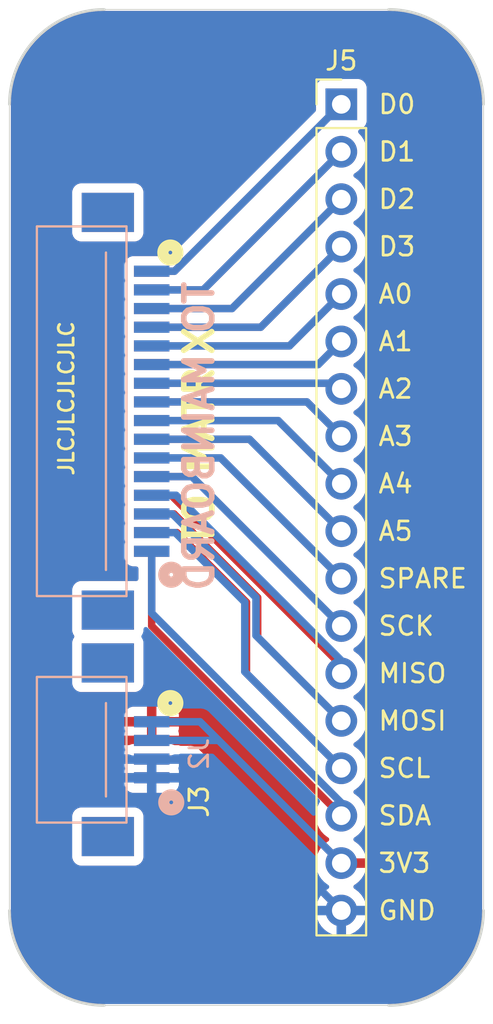
<source format=kicad_pcb>
(kicad_pcb (version 20221018) (generator pcbnew)
  (layers (0 "F.Cu" signal) (31 "B.Cu" signal) (34 "B.Paste" user) (35 "F.Paste" user) (36 "B.SilkS" user "B.Silkscreen") (37 "F.SilkS" user "F.Silkscreen") (38 "B.Mask" user) (39 "F.Mask" user) (44 "Edge.Cuts" user))
  (net 0 "")
  (net 1 "GND")
  (net 2 "SCK")
  (net 3 "MISO")
  (net 4 "MOSI")
  (net 5 "SCL")
  (net 6 "SDA")
  (net 7 "SPARE")
  (net 8 "A5")
  (net 9 "D1")
  (net 10 "A1")
  (net 11 "A0")
  (net 12 "A2")
  (net 13 "D3")
  (net 14 "D0")
  (net 15 "D2")
  (net 16 "A3")
  (net 17 "A4")
  (net 18 "+3V3")
  (footprint "Connector_PinHeader_2.54mm:PinHeader_1x18_P2.54mm_Vertical" (layer "F.Cu") (at 78.74 81.28)
    (fp_text reference "J5" (at 0 -2.33) (layer "F.SilkS"))
    (fp_text value "Conn_01x18")
    (fp_line (start -1.33 -1.33) (end 0 -1.33) (stroke (width 0.12)) (layer "F.SilkS"))
    (fp_line (start -1.33 0) (end -1.33 -1.33) (stroke (width 0.12)) (layer "F.SilkS"))
    (fp_line (start -1.33 1.27) (end -1.33 44.51) (stroke (width 0.12)) (layer "F.SilkS"))
    (fp_line (start -1.33 1.27) (end 1.33 1.27) (stroke (width 0.12)) (layer "F.SilkS"))
    (fp_line (start -1.33 44.51) (end 1.33 44.51) (stroke (width 0.12)) (layer "F.SilkS"))
    (fp_line (start 1.33 1.27) (end 1.33 44.51) (stroke (width 0.12)) (layer "F.SilkS"))
    (pad "1" thru_hole rect (at 0 0) (size 1.7 1.7) (drill 1) (layers "*.Cu" "*.Mask") (net 14 "D0"))
    (pad "2" thru_hole oval (at 0 2.54) (size 1.7 1.7) (drill 1) (layers "*.Cu" "*.Mask") (net 9 "D1"))
    (pad "3" thru_hole oval (at 0 5.08) (size 1.7 1.7) (drill 1) (layers "*.Cu" "*.Mask") (net 15 "D2"))
    (pad "4" thru_hole oval (at 0 7.62) (size 1.7 1.7) (drill 1) (layers "*.Cu" "*.Mask") (net 13 "D3"))
    (pad "5" thru_hole oval (at 0 10.16) (size 1.7 1.7) (drill 1) (layers "*.Cu" "*.Mask") (net 11 "A0"))
    (pad "6" thru_hole oval (at 0 12.7) (size 1.7 1.7) (drill 1) (layers "*.Cu" "*.Mask") (net 10 "A1"))
    (pad "7" thru_hole oval (at 0 15.24) (size 1.7 1.7) (drill 1) (layers "*.Cu" "*.Mask") (net 12 "A2"))
    (pad "8" thru_hole oval (at 0 17.78) (size 1.7 1.7) (drill 1) (layers "*.Cu" "*.Mask") (net 16 "A3"))
    (pad "9" thru_hole oval (at 0 20.32) (size 1.7 1.7) (drill 1) (layers "*.Cu" "*.Mask") (net 17 "A4"))
    (pad "10" thru_hole oval (at 0 22.86) (size 1.7 1.7) (drill 1) (layers "*.Cu" "*.Mask") (net 8 "A5"))
    (pad "11" thru_hole oval (at 0 25.4) (size 1.7 1.7) (drill 1) (layers "*.Cu" "*.Mask") (net 7 "SPARE"))
    (pad "12" thru_hole oval (at 0 27.94) (size 1.7 1.7) (drill 1) (layers "*.Cu" "*.Mask") (net 2 "SCK"))
    (pad "13" thru_hole oval (at 0 30.48) (size 1.7 1.7) (drill 1) (layers "*.Cu" "*.Mask") (net 3 "MISO"))
    (pad "14" thru_hole oval (at 0 33.02) (size 1.7 1.7) (drill 1) (layers "*.Cu" "*.Mask") (net 4 "MOSI"))
    (pad "15" thru_hole oval (at 0 35.56) (size 1.7 1.7) (drill 1) (layers "*.Cu" "*.Mask") (net 5 "SCL"))
    (pad "16" thru_hole oval (at 0 38.1) (size 1.7 1.7) (drill 1) (layers "*.Cu" "*.Mask") (net 6 "SDA"))
    (pad "17" thru_hole oval (at 0 40.64) (size 1.7 1.7) (drill 1) (layers "*.Cu" "*.Mask") (net 18 "+3V3"))
    (pad "18" thru_hole oval (at 0 43.18) (size 1.7 1.7) (drill 1) (layers "*.Cu" "*.Mask") (net 1 "GND"))
  )
  (footprint "Gigahawk:QUARTET_RECV_MAIN" (layer "F.Cu") (at 68.58 117.348 -90)
    (fp_text reference "J3" (at 1.27 -2.54 90) (layer "F.SilkS"))
    (fp_text value "QUARTET_RECV")
    (fp_line (start -29.53 1.35) (end -29.53 6.15) (stroke (width 0.12)) (layer "F.SilkS"))
    (fp_line (start -29.53 1.35) (end -9.73 1.35) (stroke (width 0.12)) (layer "F.SilkS"))
    (fp_line (start -29.53 6.15) (end -9.73 6.15) (stroke (width 0.12)) (layer "F.SilkS"))
    (fp_line (start -28.13 2.45) (end -11.13 2.45) (stroke (width 0.12)) (layer "F.SilkS"))
    (fp_line (start -9.73 6.15) (end -9.73 1.35) (stroke (width 0.12)) (layer "F.SilkS"))
    (fp_line (start -5.4 1.35) (end -5.4 6.15) (stroke (width 0.12)) (layer "F.SilkS"))
    (fp_line (start -5.4 1.35) (end 2.4 1.35) (stroke (width 0.12)) (layer "F.SilkS"))
    (fp_line (start -5.4 6.15) (end 2.4 6.15) (stroke (width 0.12)) (layer "F.SilkS"))
    (fp_line (start -4 2.45) (end 1 2.45) (stroke (width 0.12)) (layer "F.SilkS"))
    (fp_line (start 2.4 6.15) (end 2.4 1.35) (stroke (width 0.12)) (layer "F.SilkS"))
    (fp_circle (center -28.13 -1) (end -28.03 -1) (stroke (width 0.6)) (fill none) (layer "F.SilkS"))
    (fp_circle (center -4 -1) (end -3.9 -1) (stroke (width 0.6)) (fill none) (layer "F.SilkS"))
    (pad "1" smd rect (at -27.13 0 270) (size 0.6 1.9) (layers "F.Cu" "F.Paste" "F.Mask") (net 14 "D0"))
    (pad "2" smd rect (at -26.13 0 270) (size 0.6 1.9) (layers "F.Cu" "F.Paste" "F.Mask") (net 9 "D1"))
    (pad "3" smd rect (at -25.13 0 270) (size 0.6 1.9) (layers "F.Cu" "F.Paste" "F.Mask") (net 15 "D2"))
    (pad "4" smd rect (at -24.13 0 270) (size 0.6 1.9) (layers "F.Cu" "F.Paste" "F.Mask") (net 13 "D3"))
    (pad "5" smd rect (at -23.13 0 270) (size 0.6 1.9) (layers "F.Cu" "F.Paste" "F.Mask") (net 11 "A0"))
    (pad "6" smd rect (at -22.13 0 270) (size 0.6 1.9) (layers "F.Cu" "F.Paste" "F.Mask") (net 10 "A1"))
    (pad "7" smd rect (at -21.13 0 270) (size 0.6 1.9) (layers "F.Cu" "F.Paste" "F.Mask") (net 12 "A2"))
    (pad "8" smd rect (at -20.13 0 270) (size 0.6 1.9) (layers "F.Cu" "F.Paste" "F.Mask") (net 16 "A3"))
    (pad "9" smd rect (at -19.13 0 270) (size 0.6 1.9) (layers "F.Cu" "F.Paste" "F.Mask") (net 17 "A4"))
    (pad "10" smd rect (at -18.13 0 270) (size 0.6 1.9) (layers "F.Cu" "F.Paste" "F.Mask") (net 8 "A5"))
    (pad "11" smd rect (at -17.13 0 270) (size 0.6 1.9) (layers "F.Cu" "F.Paste" "F.Mask") (net 7 "SPARE"))
    (pad "12" smd rect (at -16.13 0 270) (size 0.6 1.9) (layers "F.Cu" "F.Paste" "F.Mask") (net 2 "SCK"))
    (pad "13" smd rect (at -15.13 0 270) (size 0.6 1.9) (layers "F.Cu" "F.Paste" "F.Mask") (net 3 "MISO"))
    (pad "14" smd rect (at -14.13 0 270) (size 0.6 1.9) (layers "F.Cu" "F.Paste" "F.Mask") (net 4 "MOSI"))
    (pad "15" smd rect (at -13.13 0 270) (size 0.6 1.9) (layers "F.Cu" "F.Paste" "F.Mask") (net 5 "SCL"))
    (pad "16" smd rect (at -12.13 0 270) (size 0.6 1.9) (layers "F.Cu" "F.Paste" "F.Mask") (net 6 "SDA"))
    (pad "17" smd rect (at -3 0 270) (size 0.6 1.9) (layers "F.Cu" "F.Paste" "F.Mask") (net 18 "+3V3"))
    (pad "18" smd rect (at -2 0 270) (size 0.6 1.9) (layers "F.Cu" "F.Paste" "F.Mask") (net 18 "+3V3"))
    (pad "19" smd rect (at -1 0 270) (size 0.6 1.9) (layers "F.Cu" "F.Paste" "F.Mask") (net 1 "GND"))
    (pad "20" smd rect (at 0 0 270) (size 0.6 1.9) (layers "F.Cu" "F.Paste" "F.Mask") (net 1 "GND"))
    (pad "MT1" smd rect (at -30.28 2.35 270) (size 2.1 2.8) (layers "F.Cu" "F.Paste" "F.Mask"))
    (pad "MT2" smd rect (at -8.98 2.35 270) (size 2.1 2.8) (layers "F.Cu" "F.Paste" "F.Mask"))
    (pad "MT3" smd rect (at -6.15 2.35 270) (size 2.1 2.8) (layers "F.Cu" "F.Paste" "F.Mask"))
    (pad "MT4" smd rect (at 3.15 2.35 270) (size 2.1 2.8) (layers "F.Cu" "F.Paste" "F.Mask"))
  )
  (footprint "Gigahawk:QUARTET_RECV_MATRIX" (layer "B.Cu") (at 68.58 117.348 90)
    (fp_text reference "J2" (at 1.27 2.54 90) (layer "B.SilkS") (effects (justify mirror)))
    (fp_text value "QUARTET_RECV")
    (fp_line (start -2.4 -6.15) (end -2.4 -1.35) (stroke (width 0.12)) (layer "B.SilkS"))
    (fp_line (start 4 -2.45) (end -1 -2.45) (stroke (width 0.12)) (layer "B.SilkS"))
    (fp_line (start 5.4 -6.15) (end -2.4 -6.15) (stroke (width 0.12)) (layer "B.SilkS"))
    (fp_line (start 5.4 -1.35) (end -2.4 -1.35) (stroke (width 0.12)) (layer "B.SilkS"))
    (fp_line (start 5.4 -1.35) (end 5.4 -6.15) (stroke (width 0.12)) (layer "B.SilkS"))
    (fp_line (start 9.73 -6.15) (end 9.73 -1.35) (stroke (width 0.12)) (layer "B.SilkS"))
    (fp_line (start 28.13 -2.45) (end 11.13 -2.45) (stroke (width 0.12)) (layer "B.SilkS"))
    (fp_line (start 29.53 -6.15) (end 9.73 -6.15) (stroke (width 0.12)) (layer "B.SilkS"))
    (fp_line (start 29.53 -1.35) (end 9.73 -1.35) (stroke (width 0.12)) (layer "B.SilkS"))
    (fp_line (start 29.53 -1.35) (end 29.53 -6.15) (stroke (width 0.12)) (layer "B.SilkS"))
    (fp_circle (center -1.318 1.048) (end -1.418 1.048) (stroke (width 0.6)) (fill none) (layer "B.SilkS"))
    (fp_circle (center 10.874 1.048) (end 10.774 1.048) (stroke (width 0.6)) (fill none) (layer "B.SilkS"))
    (pad "1" smd rect (at 27.13 0 270) (size 0.6 1.9) (layers "B.Cu" "B.Paste" "B.Mask") (net 14 "D0"))
    (pad "2" smd rect (at 26.13 0 270) (size 0.6 1.9) (layers "B.Cu" "B.Paste" "B.Mask") (net 9 "D1"))
    (pad "3" smd rect (at 25.13 0 270) (size 0.6 1.9) (layers "B.Cu" "B.Paste" "B.Mask") (net 15 "D2"))
    (pad "4" smd rect (at 24.13 0 270) (size 0.6 1.9) (layers "B.Cu" "B.Paste" "B.Mask") (net 13 "D3"))
    (pad "5" smd rect (at 23.13 0 270) (size 0.6 1.9) (layers "B.Cu" "B.Paste" "B.Mask") (net 11 "A0"))
    (pad "6" smd rect (at 22.13 0 270) (size 0.6 1.9) (layers "B.Cu" "B.Paste" "B.Mask") (net 10 "A1"))
    (pad "7" smd rect (at 21.13 0 270) (size 0.6 1.9) (layers "B.Cu" "B.Paste" "B.Mask") (net 12 "A2"))
    (pad "8" smd rect (at 20.13 0 270) (size 0.6 1.9) (layers "B.Cu" "B.Paste" "B.Mask") (net 16 "A3"))
    (pad "9" smd rect (at 19.13 0 270) (size 0.6 1.9) (layers "B.Cu" "B.Paste" "B.Mask") (net 17 "A4"))
    (pad "10" smd rect (at 18.13 0 270) (size 0.6 1.9) (layers "B.Cu" "B.Paste" "B.Mask") (net 8 "A5"))
    (pad "11" smd rect (at 17.13 0 270) (size 0.6 1.9) (layers "B.Cu" "B.Paste" "B.Mask") (net 7 "SPARE"))
    (pad "12" smd rect (at 16.13 0 270) (size 0.6 1.9) (layers "B.Cu" "B.Paste" "B.Mask") (net 2 "SCK"))
    (pad "13" smd rect (at 15.13 0 270) (size 0.6 1.9) (layers "B.Cu" "B.Paste" "B.Mask") (net 3 "MISO"))
    (pad "14" smd rect (at 14.13 0 270) (size 0.6 1.9) (layers "B.Cu" "B.Paste" "B.Mask") (net 4 "MOSI"))
    (pad "15" smd rect (at 13.13 0 270) (size 0.6 1.9) (layers "B.Cu" "B.Paste" "B.Mask") (net 5 "SCL"))
    (pad "16" smd rect (at 12.13 0 270) (size 0.6 1.9) (layers "B.Cu" "B.Paste" "B.Mask") (net 6 "SDA"))
    (pad "17" smd rect (at 3 0 270) (size 0.6 1.9) (layers "B.Cu" "B.Paste" "B.Mask") (net 18 "+3V3"))
    (pad "18" smd rect (at 2 0 270) (size 0.6 1.9) (layers "B.Cu" "B.Paste" "B.Mask") (net 18 "+3V3"))
    (pad "19" smd rect (at 1 0 270) (size 0.6 1.9) (layers "B.Cu" "B.Paste" "B.Mask") (net 1 "GND"))
    (pad "20" smd rect (at 0 0 270) (size 0.6 1.9) (layers "B.Cu" "B.Paste" "B.Mask") (net 1 "GND"))
    (pad "MT1" smd rect (at 30.28 -2.35 270) (size 2.1 2.8) (layers "B.Cu" "B.Paste" "B.Mask"))
    (pad "MT2" smd rect (at 8.98 -2.35 270) (size 2.1 2.8) (layers "B.Cu" "B.Paste" "B.Mask"))
    (pad "MT3" smd rect (at 6.15 -2.35 270) (size 2.1 2.8) (layers "B.Cu" "B.Paste" "B.Mask"))
    (pad "MT4" smd rect (at -3.15 -2.35 270) (size 2.1 2.8) (layers "B.Cu" "B.Paste" "B.Mask"))
  )
  (gr_line (start 66.04 129.54) (end 81.28 129.54) (stroke (width 0.05)) (layer "Edge.Cuts"))
  (gr_line (start 86.36 124.46) (end 86.36 81.28) (stroke (width 0.05)) (layer "Edge.Cuts"))
  (gr_line (start 81.28 76.2) (end 66.04 76.2) (stroke (width 0.05)) (layer "Edge.Cuts"))
  (gr_line (start 60.96 81.28) (end 60.96 124.46) (stroke (width 0.05)) (layer "Edge.Cuts"))
  (gr_arc (start 66.04 129.54) (mid 62.447898 128.052102) (end 60.96 124.46) (stroke (width 0.15)) (layer "Edge.Cuts"))
  (gr_arc (start 60.96 81.28) (mid 62.447898 77.687898) (end 66.04 76.2) (stroke (width 0.15)) (layer "Edge.Cuts"))
  (gr_arc (start 81.28 76.2) (mid 84.872102 77.687898) (end 86.36 81.28) (stroke (width 0.15)) (layer "Edge.Cuts"))
  (gr_arc (start 86.36 124.46) (mid 84.872102 128.052102) (end 81.28 129.54) (stroke (width 0.15)) (layer "Edge.Cuts"))
  (gr_text "TO MAINBOARD" (at 71.12 99.06 90) (layer "B.SilkS") (effects (font (size 1.5 1.5) (thickness 0.3)) (justify mirror)))
  (gr_text "SCL" (at 80.645 116.84) (layer "F.SilkS") (effects (font (size 1 1)) (justify left)))
  (gr_text "MOSI" (at 80.645 114.3) (layer "F.SilkS") (effects (font (size 1 1)) (justify left)))
  (gr_text "MISO" (at 80.645 111.76) (layer "F.SilkS") (effects (font (size 1 1)) (justify left)))
  (gr_text "SCK" (at 80.645 109.22) (layer "F.SilkS") (effects (font (size 1 1)) (justify left)))
  (gr_text "SPARE" (at 80.645 106.68) (layer "F.SilkS") (effects (font (size 1 1)) (justify left)))
  (gr_text "A5" (at 80.645 104.14) (layer "F.SilkS") (effects (font (size 1 1)) (justify left)))
  (gr_text "A4" (at 80.645 101.6) (layer "F.SilkS") (effects (font (size 1 1)) (justify left)))
  (gr_text "A3" (at 80.645 99.06) (layer "F.SilkS") (effects (font (size 1 1)) (justify left)))
  (gr_text "A2" (at 80.645 96.52) (layer "F.SilkS") (effects (font (size 1 1)) (justify left)))
  (gr_text "A1" (at 80.645 93.98) (layer "F.SilkS") (effects (font (size 1 1)) (justify left)))
  (gr_text "A0" (at 80.645 91.44) (layer "F.SilkS") (effects (font (size 1 1)) (justify left)))
  (gr_text "D3" (at 80.645 88.9) (layer "F.SilkS") (effects (font (size 1 1)) (justify left)))
  (gr_text "D2" (at 80.645 86.36) (layer "F.SilkS") (effects (font (size 1 1)) (justify left)))
  (gr_text "D1" (at 80.645 83.82) (layer "F.SilkS") (effects (font (size 1 1)) (justify left)))
  (gr_text "D0" (at 80.645 81.28) (layer "F.SilkS") (effects (font (size 1 1)) (justify left)))
  (gr_text "GND" (at 80.645 124.46) (layer "F.SilkS") (effects (font (size 1 1)) (justify left)))
  (gr_text "3V3" (at 80.645 121.92) (layer "F.SilkS") (effects (font (size 1 1)) (justify left)))
  (gr_text "JLCJLCJLCJLC" (at 64.008 97.028 90) (layer "F.SilkS") (effects (font (size 0.8 0.8))))
  (gr_text "SDA" (at 80.645 119.38) (layer "F.SilkS") (effects (font (size 1 1)) (justify left)))
  (gr_text "TO MATRIX" (at 71.12 99.06 90) (layer "F.SilkS") (effects (font (size 1.5 1.5) (thickness 0.3))))
  (segment (start 68.58 117.348) (end 71.628 117.348) (width 0.4) (layer "F.Cu") (net 1))
  (segment (start 71.628 117.348) (end 78.74 124.46) (width 0.4) (layer "F.Cu") (net 1))
  (segment (start 70.628 116.348) (end 71.628 117.348) (width 0.4) (layer "F.Cu") (net 1))
  (segment (start 68.58 116.348) (end 70.628 116.348) (width 0.4) (layer "F.Cu") (net 1))
  (segment (start 68.58 116.348) (end 68.58 117.348) (width 0.4) (layer "F.Cu") (net 1))
  (segment (start 78.74 124.46) (end 71.628 117.348) (width 0.4) (layer "B.Cu") (net 1))
  (segment (start 68.58 117.348) (end 68.58 116.348) (width 0.4) (layer "B.Cu") (net 1))
  (segment (start 71.628 117.348) (end 68.58 117.348) (width 0.4) (layer "B.Cu") (net 1))
  (segment (start 70.738 101.218) (end 78.74 109.22) (width 0.4) (layer "F.Cu") (net 2))
  (segment (start 68.58 101.218) (end 70.738 101.218) (width 0.4) (layer "F.Cu") (net 2))
  (segment (start 78.74 109.22) (end 70.738 101.218) (width 0.4) (layer "B.Cu") (net 2))
  (segment (start 70.738 101.218) (end 68.58 101.218) (width 0.4) (layer "B.Cu") (net 2))
  (segment (start 78.74 111.330916) (end 69.627084 102.218) (width 0.4) (layer "F.Cu") (net 3))
  (segment (start 78.74 111.76) (end 78.74 111.330916) (width 0.4) (layer "F.Cu") (net 3))
  (segment (start 78.74 111.76) (end 78.74 111.407998) (width 0.4) (layer "F.Cu") (net 3))
  (segment (start 69.627084 102.218) (end 68.58 102.218) (width 0.4) (layer "F.Cu") (net 3))
  (segment (start 78.74 111.070002) (end 78.74 111.76) (width 0.4) (layer "B.Cu") (net 3))
  (segment (start 68.58 102.218) (end 69.887998 102.218) (width 0.4) (layer "B.Cu") (net 3))
  (segment (start 69.887998 102.218) (end 78.74 111.070002) (width 0.4) (layer "B.Cu") (net 3))
  (segment (start 78.74 114.3) (end 74.260009 109.820009) (width 0.4) (layer "F.Cu") (net 4))
  (segment (start 74.26001 107.699468) (end 69.778542 103.218) (width 0.4) (layer "F.Cu") (net 4))
  (segment (start 69.778542 103.218) (end 68.58 103.218) (width 0.4) (layer "F.Cu") (net 4))
  (segment (start 74.260009 109.820009) (end 74.26001 107.699468) (width 0.4) (layer "F.Cu") (net 4))
  (segment (start 69.69 103.218) (end 68.58 103.218) (width 0.4) (layer "B.Cu") (net 4))
  (segment (start 78.74 114.3) (end 74.168 109.728) (width 0.4) (layer "B.Cu") (net 4))
  (segment (start 74.168 107.696) (end 69.69 103.218) (width 0.4) (layer "B.Cu") (net 4))
  (segment (start 74.168 109.728) (end 74.168 107.696) (width 0.4) (layer "B.Cu") (net 4))
  (segment (start 69.93 104.218) (end 73.66 107.948) (width 0.4) (layer "F.Cu") (net 5))
  (segment (start 73.66 107.948) (end 73.66 111.76) (width 0.4) (layer "F.Cu") (net 5))
  (segment (start 73.66 111.76) (end 78.74 116.84) (width 0.4) (layer "F.Cu") (net 5))
  (segment (start 68.58 104.218) (end 69.93 104.218) (width 0.4) (layer "F.Cu") (net 5))
  (segment (start 78.74 116.84) (end 73.56799 111.66799) (width 0.4) (layer "B.Cu") (net 5))
  (segment (start 69.841458 104.218) (end 68.58 104.218) (width 0.4) (layer "B.Cu") (net 5))
  (segment (start 73.56799 111.66799) (end 73.56799 107.944532) (width 0.4) (layer "B.Cu") (net 5))
  (segment (start 73.56799 107.944532) (end 69.841458 104.218) (width 0.4) (layer "B.Cu") (net 5))
  (segment (start 68.58 109.22) (end 68.58 105.218) (width 0.4) (layer "F.Cu") (net 6))
  (segment (start 78.74 119.38) (end 68.58 109.22) (width 0.4) (layer "F.Cu") (net 6))
  (segment (start 68.58 105.218) (end 68.58 108.530002) (width 0.4) (layer "B.Cu") (net 6))
  (segment (start 78.74 118.690002) (end 78.74 119.38) (width 0.4) (layer "B.Cu") (net 6))
  (segment (start 68.58 108.530002) (end 78.74 118.690002) (width 0.4) (layer "B.Cu") (net 6))
  (segment (start 72.278 100.218) (end 68.58 100.218) (width 0.4) (layer "F.Cu") (net 7))
  (segment (start 78.74 106.68) (end 72.278 100.218) (width 0.4) (layer "F.Cu") (net 7))
  (segment (start 78.74 106.68) (end 72.278 100.218) (width 0.4) (layer "B.Cu") (net 7))
  (segment (start 72.278 100.218) (end 68.58 100.218) (width 0.4) (layer "B.Cu") (net 7))
  (segment (start 73.818 99.218) (end 68.58 99.218) (width 0.4) (layer "F.Cu") (net 8))
  (segment (start 78.74 104.14) (end 73.818 99.218) (width 0.4) (layer "F.Cu") (net 8))
  (segment (start 78.74 104.14) (end 73.818 99.218) (width 0.4) (layer "B.Cu") (net 8))
  (segment (start 73.818 99.218) (end 68.58 99.218) (width 0.4) (layer "B.Cu") (net 8))
  (segment (start 78.74 83.82) (end 71.342 91.218) (width 0.4) (layer "F.Cu") (net 9))
  (segment (start 71.342 91.218) (end 68.58 91.218) (width 0.4) (layer "F.Cu") (net 9))
  (segment (start 78.74 83.82) (end 71.342 91.218) (width 0.4) (layer "B.Cu") (net 9))
  (segment (start 71.342 91.218) (end 68.58 91.218) (width 0.4) (layer "B.Cu") (net 9))
  (segment (start 78.74 93.98) (end 77.502 95.218) (width 0.4) (layer "F.Cu") (net 10))
  (segment (start 77.502 95.218) (end 68.58 95.218) (width 0.4) (layer "F.Cu") (net 10))
  (segment (start 77.502 95.218) (end 68.58 95.218) (width 0.4) (layer "B.Cu") (net 10))
  (segment (start 78.74 93.98) (end 77.502 95.218) (width 0.4) (layer "B.Cu") (net 10))
  (segment (start 78.74 91.44) (end 75.962 94.218) (width 0.4) (layer "F.Cu") (net 11))
  (segment (start 75.962 94.218) (end 68.58 94.218) (width 0.4) (layer "F.Cu") (net 11))
  (segment (start 75.962 94.218) (end 68.58 94.218) (width 0.4) (layer "B.Cu") (net 11))
  (segment (start 78.74 91.44) (end 75.962 94.218) (width 0.4) (layer "B.Cu") (net 11))
  (segment (start 78.438 96.218) (end 68.58 96.218) (width 0.4) (layer "F.Cu") (net 12))
  (segment (start 78.74 96.52) (end 78.438 96.218) (width 0.4) (layer "F.Cu") (net 12))
  (segment (start 78.438 96.218) (end 68.58 96.218) (width 0.4) (layer "B.Cu") (net 12))
  (segment (start 78.74 96.52) (end 78.438 96.218) (width 0.4) (layer "B.Cu") (net 12))
  (segment (start 74.422 93.218) (end 68.58 93.218) (width 0.4) (layer "F.Cu") (net 13))
  (segment (start 78.74 88.9) (end 74.422 93.218) (width 0.4) (layer "F.Cu") (net 13))
  (segment (start 78.74 88.9) (end 74.422 93.218) (width 0.4) (layer "B.Cu") (net 13))
  (segment (start 74.422 93.218) (end 68.58 93.218) (width 0.4) (layer "B.Cu") (net 13))
  (segment (start 69.802 90.218) (end 78.74 81.28) (width 0.4) (layer "F.Cu") (net 14))
  (segment (start 68.58 90.218) (end 69.802 90.218) (width 0.4) (layer "F.Cu") (net 14))
  (segment (start 68.58 90.218) (end 69.802 90.218) (width 0.4) (layer "B.Cu") (net 14))
  (segment (start 69.802 90.218) (end 78.74 81.28) (width 0.4) (layer "B.Cu") (net 14))
  (segment (start 72.882 92.218) (end 68.58 92.218) (width 0.4) (layer "F.Cu") (net 15))
  (segment (start 78.74 86.36) (end 72.882 92.218) (width 0.4) (layer "F.Cu") (net 15))
  (segment (start 78.74 86.36) (end 72.882 92.218) (width 0.4) (layer "B.Cu") (net 15))
  (segment (start 72.882 92.218) (end 68.58 92.218) (width 0.4) (layer "B.Cu") (net 15))
  (segment (start 78.74 99.06) (end 76.898 97.218) (width 0.4) (layer "F.Cu") (net 16))
  (segment (start 76.898 97.218) (end 68.58 97.218) (width 0.4) (layer "F.Cu") (net 16))
  (segment (start 78.74 99.06) (end 76.898 97.218) (width 0.4) (layer "B.Cu") (net 16))
  (segment (start 76.898 97.218) (end 68.58 97.218) (width 0.4) (layer "B.Cu") (net 16))
  (segment (start 78.74 101.6) (end 75.358 98.218) (width 0.4) (layer "F.Cu") (net 17))
  (segment (start 75.358 98.218) (end 68.58 98.218) (width 0.4) (layer "F.Cu") (net 17))
  (segment (start 78.74 101.6) (end 75.358 98.218) (width 0.4) (layer "B.Cu") (net 17))
  (segment (start 75.358 98.218) (end 68.58 98.218) (width 0.4) (layer "B.Cu") (net 17))
  (segment (start 72.168 115.348) (end 68.58 115.348) (width 0.4) (layer "F.Cu") (net 18))
  (segment (start 78.74 121.92) (end 72.168 115.348) (width 0.4) (layer "F.Cu") (net 18))
  (segment (start 68.58 114.348) (end 71.168 114.348) (width 0.4) (layer "B.Cu") (net 18))
  (segment (start 68.58 114.348) (end 68.58 115.348) (width 0.4) (layer "B.Cu") (net 18))
  (segment (start 78.74 121.92) (end 72.136 115.316) (width 0.4) (layer "B.Cu") (net 18))
  (segment (start 72.136 115.316) (end 72.104 115.348) (width 0.4) (layer "B.Cu") (net 18))
  (segment (start 71.168 114.348) (end 72.136 115.316) (width 0.4) (layer "B.Cu") (net 18))
  (segment (start 72.104 115.348) (end 68.58 115.348) (width 0.4) (layer "B.Cu") (net 18))
  (zone (net 18) (net_name "+3V3") (layer "F.Cu") (connect_pads (clearance 0.508)) (min_thickness 0.254) (fill yes (thermal_gap 0.508) (thermal_bridge_width 0.508))
    (polygon (pts (xy 86.868 130.048) (xy 60.452 130.048) (xy 60.452 75.692) (xy 86.868 75.692)))
  )
  (zone (net 1) (net_name "GND") (layer "B.Cu") (connect_pads (clearance 0.508)) (min_thickness 0.254) (fill yes (thermal_gap 0.508) (thermal_bridge_width 0.508))
    (polygon (pts (xy 86.868 130.048) (xy 60.452 130.048) (xy 60.452 75.692) (xy 86.868 75.692)))
  )
)
</source>
